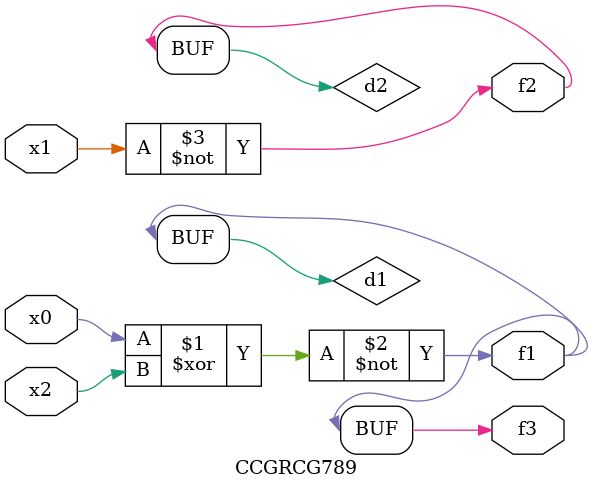
<source format=v>
module CCGRCG789(
	input x0, x1, x2,
	output f1, f2, f3
);

	wire d1, d2, d3;

	xnor (d1, x0, x2);
	nand (d2, x1);
	nor (d3, x1, x2);
	assign f1 = d1;
	assign f2 = d2;
	assign f3 = d1;
endmodule

</source>
